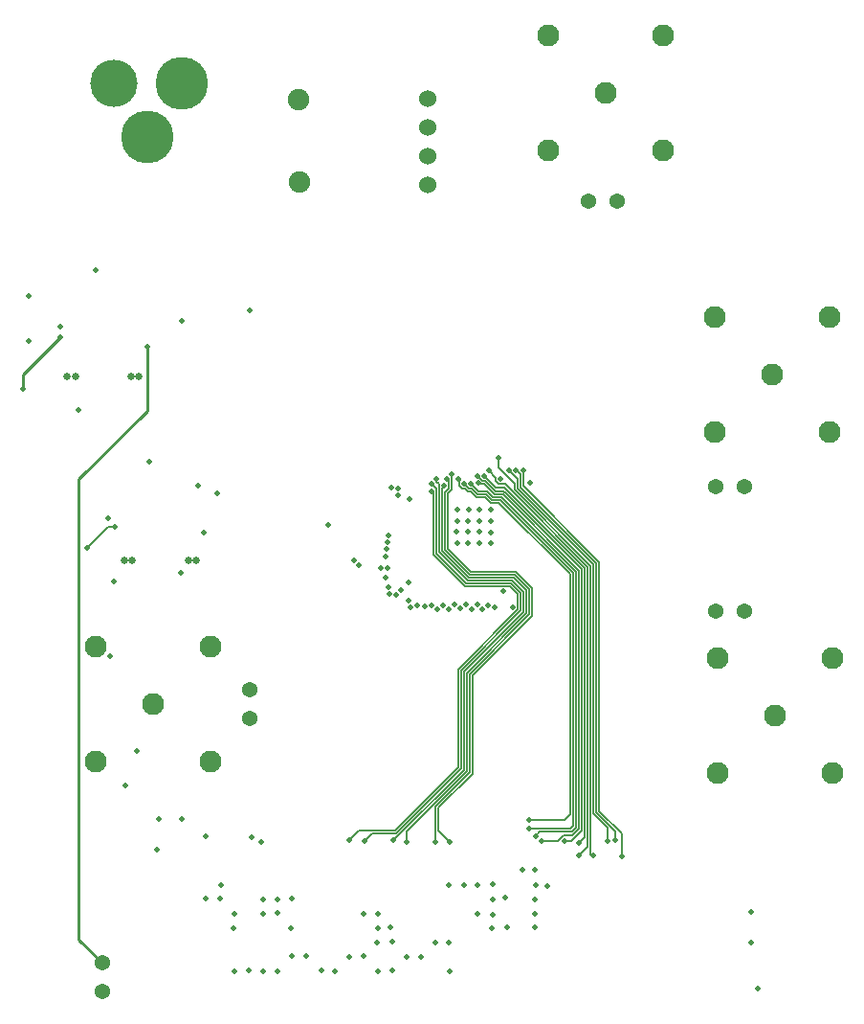
<source format=gbr>
G04 EAGLE Gerber RS-274X export*
G75*
%MOMM*%
%FSLAX34Y34*%
%LPD*%
%INCopper Layer 15*%
%IPPOS*%
%AMOC8*
5,1,8,0,0,1.08239X$1,22.5*%
G01*
%ADD10C,1.943100*%
%ADD11C,1.371600*%
%ADD12C,1.524000*%
%ADD13C,4.656100*%
%ADD14C,4.178300*%
%ADD15C,1.905000*%
%ADD16C,0.503200*%
%ADD17C,0.152400*%
%ADD18C,0.254000*%
%ADD19C,0.675000*%


D10*
X525000Y822200D03*
X575800Y873000D03*
X474200Y873000D03*
X474200Y771400D03*
X575800Y771400D03*
X672200Y572900D03*
X723000Y623700D03*
X621400Y623700D03*
X621400Y522100D03*
X723000Y522100D03*
X674900Y271200D03*
X725700Y322000D03*
X624100Y322000D03*
X624100Y220400D03*
X725700Y220400D03*
X124400Y281500D03*
X175200Y332300D03*
X73600Y332300D03*
X73600Y230700D03*
X175200Y230700D03*
D11*
X210200Y294400D03*
X210200Y269000D03*
X622400Y364100D03*
X647800Y364100D03*
X622700Y474200D03*
X648100Y474200D03*
X510300Y725900D03*
X535700Y725900D03*
D12*
X367400Y740500D03*
X367400Y765900D03*
X367400Y791300D03*
X367400Y816700D03*
D11*
X80000Y27300D03*
X80000Y52700D03*
D13*
X150000Y830000D03*
D14*
X90000Y830000D03*
D13*
X120000Y783000D03*
D15*
X253500Y815500D03*
X253900Y743200D03*
D16*
X121300Y495900D03*
X164900Y474900D03*
X181200Y467700D03*
X149100Y397800D03*
X73600Y664800D03*
X209950Y630050D03*
X149950Y619950D03*
X128300Y152800D03*
X171300Y165100D03*
X211900Y164100D03*
X458100Y477500D03*
X432500Y480300D03*
X351600Y462500D03*
X443200Y367300D03*
X393700Y453800D03*
X403800Y453900D03*
X413800Y453900D03*
X424000Y453700D03*
X393600Y443700D03*
X403600Y443700D03*
X413600Y443800D03*
X423600Y443700D03*
X393500Y433800D03*
X403600Y433700D03*
X413800Y433700D03*
X423600Y433600D03*
X393700Y423700D03*
X403700Y423700D03*
X413600Y423600D03*
X423600Y423600D03*
X15000Y642600D03*
X110000Y240000D03*
X100000Y210000D03*
X660000Y30000D03*
X434693Y381606D03*
X387100Y45300D03*
X406613Y365887D03*
X336400Y46000D03*
X401863Y369690D03*
X323700Y45800D03*
X352200Y366818D03*
X285500Y45600D03*
X350734Y372866D03*
X273500Y45900D03*
X330264Y412436D03*
X234600Y45600D03*
X331312Y418484D03*
X222150Y45850D03*
X416290Y365564D03*
X361900Y57900D03*
X411613Y369440D03*
X348800Y58400D03*
X364848Y368406D03*
X310900Y58700D03*
X358800Y368500D03*
X298200Y58100D03*
X332372Y401728D03*
X259900Y59200D03*
X326324Y401753D03*
X247400Y58600D03*
X332360Y424532D03*
X209000Y46600D03*
X333408Y430580D03*
X196550Y45250D03*
X473600Y120400D03*
X463000Y121900D03*
X435900Y110600D03*
X425200Y109200D03*
X399700Y121700D03*
X386400Y121800D03*
X350650Y389350D03*
X247600Y109400D03*
X344399Y382268D03*
X235050Y109250D03*
X341400Y472182D03*
X185000Y121800D03*
X386209Y365564D03*
X334600Y84300D03*
X381249Y369158D03*
X323600Y83800D03*
X462800Y134900D03*
X451200Y135100D03*
X425300Y122200D03*
X412150Y121650D03*
X462600Y96300D03*
X462900Y109300D03*
X425300Y95800D03*
X412100Y96200D03*
X462900Y84100D03*
X437650Y84150D03*
X424700Y83300D03*
X446052Y488268D03*
D17*
X447806Y486514D01*
X447806Y486489D01*
X449500Y484795D01*
X449500Y474600D01*
X449618Y474482D01*
X449618Y473390D01*
X533900Y169108D02*
X533900Y161100D01*
D16*
X533900Y161100D03*
D17*
X516860Y406148D02*
X449618Y473390D01*
X516860Y406148D02*
X516860Y186148D01*
X533900Y169108D01*
D16*
X439800Y488100D03*
D17*
X446960Y480940D01*
D16*
X526600Y161000D03*
D17*
X446960Y472240D02*
X446960Y480940D01*
X446960Y472240D02*
X514320Y404880D01*
X514320Y185096D01*
X526600Y172816D01*
X526600Y161000D01*
D16*
X417999Y483399D03*
D17*
X428099Y473300D01*
X435208Y473300D01*
X439340Y469168D02*
X439340Y469084D01*
X506700Y163700D02*
X501600Y158600D01*
X501400Y158800D01*
D16*
X501400Y158800D03*
D17*
X439340Y469168D02*
X435208Y473300D01*
X439340Y469084D02*
X506700Y401724D01*
X506700Y163700D01*
D16*
X411951Y483375D03*
D17*
X415326Y480000D01*
X415326Y480000D01*
X416221Y479105D01*
X418701Y479105D01*
X427807Y470000D02*
X434916Y470000D01*
X436800Y468116D01*
X436800Y468032D01*
D16*
X488900Y160500D03*
D17*
X427807Y470000D02*
X418701Y479105D01*
X436800Y468032D02*
X504160Y400672D01*
X504160Y169960D01*
X494700Y160500D01*
X488900Y160500D01*
D16*
X412327Y476927D03*
D17*
X414807Y476927D01*
X415169Y476565D01*
X417649Y476565D02*
X426755Y467460D01*
X417649Y476565D02*
X415169Y476565D01*
X433864Y467460D02*
X434260Y467064D01*
X434260Y466979D01*
X487700Y165900D02*
X482700Y160900D01*
X468400Y160900D01*
D16*
X468400Y160900D03*
D17*
X433864Y467460D02*
X426755Y467460D01*
X434260Y466979D02*
X501620Y399619D01*
X501620Y171620D01*
X495900Y165900D01*
X487700Y165900D01*
D16*
X406200Y476700D03*
D17*
X412900Y470000D01*
X420622Y470000D01*
X425702Y464920D01*
X499080Y398567D02*
X499080Y172672D01*
X466800Y168800D02*
X463100Y165100D01*
D16*
X463100Y165100D03*
D17*
X432727Y464920D02*
X425702Y464920D01*
X432727Y464920D02*
X499080Y398567D01*
X499080Y172672D02*
X495208Y168800D01*
X466800Y168800D01*
D16*
X400152Y476675D03*
D17*
X401906Y476675D01*
X401906Y474921D01*
X404421Y472406D01*
X406902Y472406D01*
X411848Y467460D01*
X419570Y467460D01*
X424650Y462380D01*
X431675Y462380D01*
X496540Y173724D02*
X494156Y171340D01*
X458160Y171340D01*
X457800Y171700D01*
D16*
X457800Y171700D03*
D17*
X496540Y397515D02*
X431675Y462380D01*
X496540Y397515D02*
X496540Y173724D01*
D16*
X394806Y480500D03*
D17*
X396355Y478951D01*
X395858Y478454D01*
X395858Y474897D01*
X398373Y472381D01*
X400854Y472381D01*
X403369Y469866D01*
X405440Y469866D01*
X410506Y464800D01*
X418638Y464800D01*
X423598Y459840D02*
X430623Y459840D01*
X423598Y459840D02*
X418638Y464800D01*
X430623Y459840D02*
X494000Y396463D01*
X489100Y179100D02*
X457500Y179100D01*
X457500Y179200D01*
D16*
X457500Y179200D03*
D17*
X494000Y184000D02*
X494000Y396463D01*
X494000Y184000D02*
X489100Y179100D01*
D16*
X389300Y484900D03*
D17*
X385706Y419094D02*
X406100Y398700D01*
X389300Y471300D02*
X389300Y484900D01*
X389300Y471300D02*
X385706Y467706D01*
X385706Y419094D01*
X406100Y398700D02*
X445871Y398700D01*
X460360Y384211D01*
X407400Y220100D02*
X377150Y189850D01*
X377150Y170150D01*
X387550Y159750D01*
D16*
X387550Y159750D03*
D17*
X460360Y359760D02*
X460360Y384211D01*
X460360Y359760D02*
X407400Y306800D01*
X407400Y220100D01*
D16*
X384912Y480735D03*
D17*
X386612Y479035D01*
X386612Y472235D01*
X382866Y468489D01*
X382866Y418242D01*
X404948Y396160D01*
X444819Y396160D02*
X457820Y383159D01*
X444819Y396160D02*
X404948Y396160D01*
X374500Y191000D02*
X374500Y159800D01*
D16*
X374500Y159800D03*
D17*
X457820Y361220D02*
X457820Y383159D01*
X457820Y361220D02*
X404700Y308100D01*
X404700Y221200D01*
X374500Y191000D01*
D16*
X452100Y488268D03*
D17*
X452100Y482068D02*
X452158Y482010D01*
X452100Y482068D02*
X452100Y488268D01*
X452158Y482010D02*
X452158Y474442D01*
X519400Y407200D02*
X519400Y187200D01*
X539400Y167200D02*
X539400Y147200D01*
X539400Y167200D02*
X519400Y187200D01*
X519400Y407200D02*
X452158Y474442D01*
D16*
X539400Y147200D03*
X430200Y498900D03*
D17*
X430200Y491000D01*
X511780Y149120D02*
X513300Y147600D01*
X513800Y147600D01*
D16*
X513800Y147600D03*
D17*
X444420Y476780D02*
X430200Y491000D01*
X444420Y476780D02*
X444420Y471188D01*
X511780Y403828D01*
X511780Y149120D01*
D16*
X421684Y488268D03*
D17*
X428206Y481746D01*
X428206Y478521D01*
X430721Y476006D01*
X436094Y476006D02*
X441880Y470220D01*
X441880Y470136D01*
X509240Y155640D02*
X501200Y147600D01*
X501250Y147550D01*
D16*
X501250Y147550D03*
D17*
X436094Y476006D02*
X430721Y476006D01*
X441880Y470136D02*
X509240Y402776D01*
X509240Y155640D01*
D16*
X382297Y474497D03*
D17*
X380326Y417190D02*
X403996Y393520D01*
X443767Y393520D02*
X455180Y382107D01*
X380326Y472526D02*
X382297Y474497D01*
X380326Y472526D02*
X380326Y417190D01*
X403996Y393520D02*
X443767Y393520D01*
D16*
X349000Y160100D03*
D17*
X455180Y362172D02*
X455180Y382107D01*
X455180Y362172D02*
X402160Y309152D01*
X402160Y222360D01*
X349000Y169200D01*
X349000Y160100D01*
D16*
X375706Y480900D03*
D17*
X375706Y478394D01*
X377786Y476314D01*
X377786Y416138D02*
X402944Y390980D01*
X442615Y390980D02*
X452640Y380955D01*
X377786Y416138D02*
X377786Y476314D01*
X402944Y390980D02*
X442615Y390980D01*
X399620Y223520D02*
X337500Y161400D01*
X337450Y161450D01*
D16*
X337450Y161450D03*
D17*
X452640Y363224D02*
X452640Y380955D01*
X452640Y363224D02*
X399620Y310204D01*
X399620Y223520D01*
D16*
X371412Y476000D03*
D17*
X375246Y414986D02*
X401792Y388440D01*
X441562Y388440D02*
X450100Y379902D01*
X441562Y388440D02*
X401792Y388440D01*
X375246Y414986D02*
X375246Y472166D01*
X371412Y476000D01*
X450100Y364276D02*
X397080Y311256D01*
X397080Y224572D01*
X319000Y167400D02*
X312000Y160400D01*
X311750Y160650D01*
D16*
X311750Y160650D03*
D17*
X450100Y364276D02*
X450100Y379902D01*
X397080Y224572D02*
X339908Y167400D01*
X319000Y167400D01*
D16*
X370783Y469952D03*
D17*
X372706Y413833D02*
X400639Y385900D01*
X372706Y468029D02*
X370783Y469952D01*
X372706Y468029D02*
X372706Y413833D01*
X400639Y385900D02*
X440410Y385900D01*
X447560Y378750D01*
X307100Y170200D02*
X298400Y161500D01*
D16*
X298400Y161500D03*
D17*
X447560Y365429D02*
X447560Y378750D01*
X447560Y365429D02*
X394540Y312409D01*
X394540Y225624D01*
X339116Y170200D01*
X307100Y170200D01*
D16*
X220000Y160000D03*
X332806Y384748D03*
X221800Y109200D03*
X330266Y393300D03*
X221900Y96500D03*
X341734Y466134D03*
X184000Y109500D03*
X335352Y473200D03*
X171000Y109500D03*
X376290Y365564D03*
X323600Y96300D03*
X370896Y368723D03*
X310700Y96600D03*
X340075Y378039D03*
X246900Y83400D03*
X334027Y378700D03*
X234400Y96700D03*
X307000Y404200D03*
X196700Y96200D03*
X302706Y408459D03*
X195900Y83400D03*
X427297Y367351D03*
X386500Y70800D03*
X421249Y369158D03*
X374800Y70800D03*
X396822Y366178D03*
X336100Y71400D03*
X391546Y369454D03*
X323100Y71100D03*
X654100Y71000D03*
X653650Y97650D03*
X169600Y433000D03*
X86800Y323600D03*
X42600Y605800D03*
D18*
X10000Y573200D01*
X10000Y560000D01*
D16*
X10000Y560000D03*
D19*
X48800Y571500D03*
X112300Y571600D03*
X105100Y571300D03*
X56200Y571400D03*
D16*
X280000Y440000D03*
D19*
X106500Y409000D03*
X155800Y408900D03*
X162900Y408900D03*
X98992Y408992D03*
D16*
X90600Y438500D03*
D17*
X84900Y438500D01*
X66000Y419600D01*
D16*
X66000Y419600D03*
X150000Y180000D03*
X130000Y180000D03*
X90000Y390000D03*
X84900Y446000D03*
X119700Y597700D03*
D18*
X119700Y541091D01*
X59099Y480490D01*
X59099Y73602D02*
X80000Y52700D01*
X59099Y73602D02*
X59099Y480490D01*
D16*
X42700Y615500D03*
X15100Y602500D03*
X59100Y541200D03*
M02*

</source>
